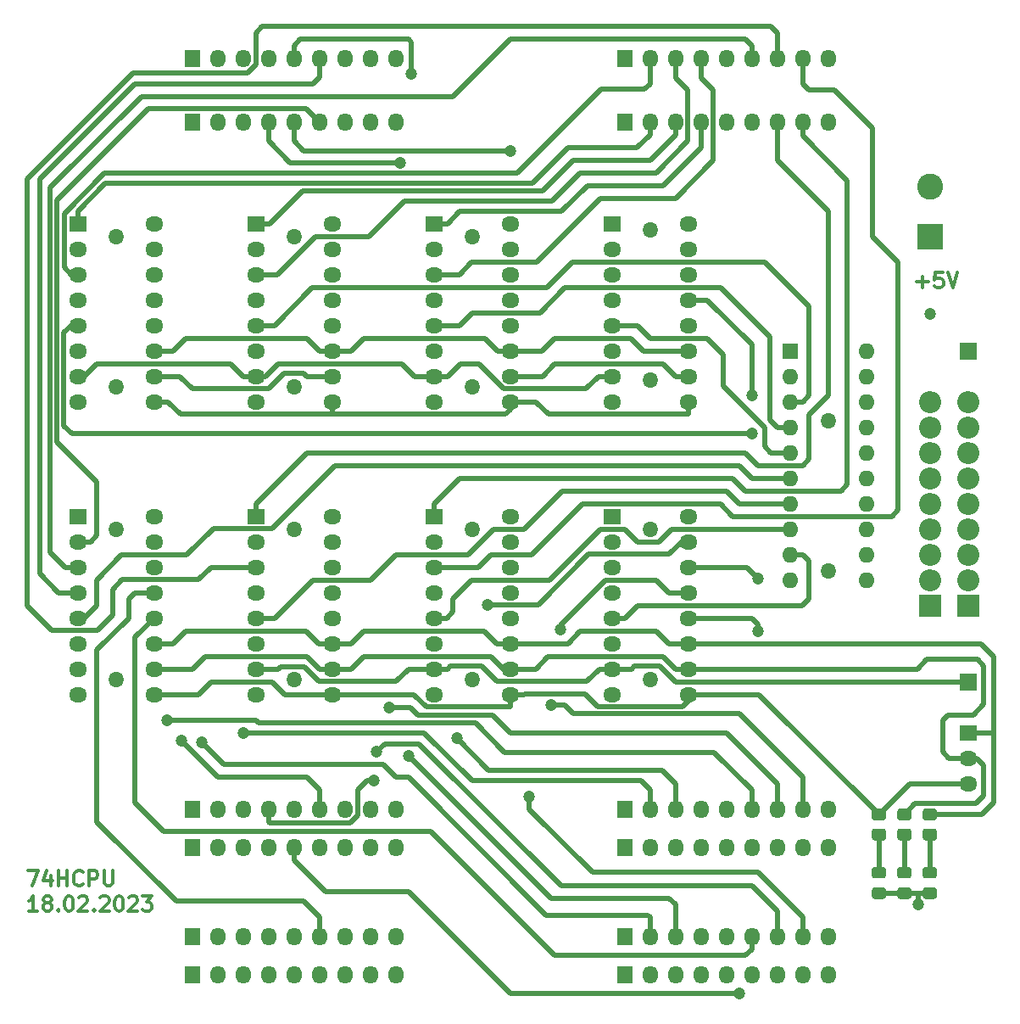
<source format=gbr>
%TF.GenerationSoftware,KiCad,Pcbnew,(5.1.8)-1*%
%TF.CreationDate,2023-02-18T12:42:29+03:00*%
%TF.ProjectId,MUX8x1-v5,4d555838-7831-42d7-9635-2e6b69636164,rev?*%
%TF.SameCoordinates,Original*%
%TF.FileFunction,Copper,L1,Top*%
%TF.FilePolarity,Positive*%
%FSLAX46Y46*%
G04 Gerber Fmt 4.6, Leading zero omitted, Abs format (unit mm)*
G04 Created by KiCad (PCBNEW (5.1.8)-1) date 2023-02-18 12:42:29*
%MOMM*%
%LPD*%
G01*
G04 APERTURE LIST*
%TA.AperFunction,NonConductor*%
%ADD10C,0.300000*%
%TD*%
%TA.AperFunction,ComponentPad*%
%ADD11O,1.500000X1.600000*%
%TD*%
%TA.AperFunction,ComponentPad*%
%ADD12O,1.600000X1.600000*%
%TD*%
%TA.AperFunction,ComponentPad*%
%ADD13R,1.600000X1.600000*%
%TD*%
%TA.AperFunction,ComponentPad*%
%ADD14R,1.700000X1.700000*%
%TD*%
%TA.AperFunction,ComponentPad*%
%ADD15O,2.200000X2.200000*%
%TD*%
%TA.AperFunction,ComponentPad*%
%ADD16R,2.200000X2.200000*%
%TD*%
%TA.AperFunction,ComponentPad*%
%ADD17O,1.500000X1.800000*%
%TD*%
%TA.AperFunction,ComponentPad*%
%ADD18R,1.500000X1.800000*%
%TD*%
%TA.AperFunction,ComponentPad*%
%ADD19O,1.800000X1.500000*%
%TD*%
%TA.AperFunction,ComponentPad*%
%ADD20R,1.800000X1.500000*%
%TD*%
%TA.AperFunction,ComponentPad*%
%ADD21C,2.600000*%
%TD*%
%TA.AperFunction,ComponentPad*%
%ADD22R,2.600000X2.600000*%
%TD*%
%TA.AperFunction,ViaPad*%
%ADD23C,1.200000*%
%TD*%
%TA.AperFunction,Conductor*%
%ADD24C,0.500000*%
%TD*%
G04 APERTURE END LIST*
D10*
X146026428Y-64242142D02*
X147169285Y-64242142D01*
X146597857Y-64813571D02*
X146597857Y-63670714D01*
X148597857Y-63313571D02*
X147883571Y-63313571D01*
X147812142Y-64027857D01*
X147883571Y-63956428D01*
X148026428Y-63885000D01*
X148383571Y-63885000D01*
X148526428Y-63956428D01*
X148597857Y-64027857D01*
X148669285Y-64170714D01*
X148669285Y-64527857D01*
X148597857Y-64670714D01*
X148526428Y-64742142D01*
X148383571Y-64813571D01*
X148026428Y-64813571D01*
X147883571Y-64742142D01*
X147812142Y-64670714D01*
X149097857Y-63313571D02*
X149597857Y-64813571D01*
X150097857Y-63313571D01*
X58214285Y-127043571D02*
X57357142Y-127043571D01*
X57785714Y-127043571D02*
X57785714Y-125543571D01*
X57642857Y-125757857D01*
X57500000Y-125900714D01*
X57357142Y-125972142D01*
X59071428Y-126186428D02*
X58928571Y-126115000D01*
X58857142Y-126043571D01*
X58785714Y-125900714D01*
X58785714Y-125829285D01*
X58857142Y-125686428D01*
X58928571Y-125615000D01*
X59071428Y-125543571D01*
X59357142Y-125543571D01*
X59500000Y-125615000D01*
X59571428Y-125686428D01*
X59642857Y-125829285D01*
X59642857Y-125900714D01*
X59571428Y-126043571D01*
X59500000Y-126115000D01*
X59357142Y-126186428D01*
X59071428Y-126186428D01*
X58928571Y-126257857D01*
X58857142Y-126329285D01*
X58785714Y-126472142D01*
X58785714Y-126757857D01*
X58857142Y-126900714D01*
X58928571Y-126972142D01*
X59071428Y-127043571D01*
X59357142Y-127043571D01*
X59500000Y-126972142D01*
X59571428Y-126900714D01*
X59642857Y-126757857D01*
X59642857Y-126472142D01*
X59571428Y-126329285D01*
X59500000Y-126257857D01*
X59357142Y-126186428D01*
X60285714Y-126900714D02*
X60357142Y-126972142D01*
X60285714Y-127043571D01*
X60214285Y-126972142D01*
X60285714Y-126900714D01*
X60285714Y-127043571D01*
X61285714Y-125543571D02*
X61428571Y-125543571D01*
X61571428Y-125615000D01*
X61642857Y-125686428D01*
X61714285Y-125829285D01*
X61785714Y-126115000D01*
X61785714Y-126472142D01*
X61714285Y-126757857D01*
X61642857Y-126900714D01*
X61571428Y-126972142D01*
X61428571Y-127043571D01*
X61285714Y-127043571D01*
X61142857Y-126972142D01*
X61071428Y-126900714D01*
X61000000Y-126757857D01*
X60928571Y-126472142D01*
X60928571Y-126115000D01*
X61000000Y-125829285D01*
X61071428Y-125686428D01*
X61142857Y-125615000D01*
X61285714Y-125543571D01*
X62357142Y-125686428D02*
X62428571Y-125615000D01*
X62571428Y-125543571D01*
X62928571Y-125543571D01*
X63071428Y-125615000D01*
X63142857Y-125686428D01*
X63214285Y-125829285D01*
X63214285Y-125972142D01*
X63142857Y-126186428D01*
X62285714Y-127043571D01*
X63214285Y-127043571D01*
X63857142Y-126900714D02*
X63928571Y-126972142D01*
X63857142Y-127043571D01*
X63785714Y-126972142D01*
X63857142Y-126900714D01*
X63857142Y-127043571D01*
X64500000Y-125686428D02*
X64571428Y-125615000D01*
X64714285Y-125543571D01*
X65071428Y-125543571D01*
X65214285Y-125615000D01*
X65285714Y-125686428D01*
X65357142Y-125829285D01*
X65357142Y-125972142D01*
X65285714Y-126186428D01*
X64428571Y-127043571D01*
X65357142Y-127043571D01*
X66285714Y-125543571D02*
X66428571Y-125543571D01*
X66571428Y-125615000D01*
X66642857Y-125686428D01*
X66714285Y-125829285D01*
X66785714Y-126115000D01*
X66785714Y-126472142D01*
X66714285Y-126757857D01*
X66642857Y-126900714D01*
X66571428Y-126972142D01*
X66428571Y-127043571D01*
X66285714Y-127043571D01*
X66142857Y-126972142D01*
X66071428Y-126900714D01*
X66000000Y-126757857D01*
X65928571Y-126472142D01*
X65928571Y-126115000D01*
X66000000Y-125829285D01*
X66071428Y-125686428D01*
X66142857Y-125615000D01*
X66285714Y-125543571D01*
X67357142Y-125686428D02*
X67428571Y-125615000D01*
X67571428Y-125543571D01*
X67928571Y-125543571D01*
X68071428Y-125615000D01*
X68142857Y-125686428D01*
X68214285Y-125829285D01*
X68214285Y-125972142D01*
X68142857Y-126186428D01*
X67285714Y-127043571D01*
X68214285Y-127043571D01*
X68714285Y-125543571D02*
X69642857Y-125543571D01*
X69142857Y-126115000D01*
X69357142Y-126115000D01*
X69500000Y-126186428D01*
X69571428Y-126257857D01*
X69642857Y-126400714D01*
X69642857Y-126757857D01*
X69571428Y-126900714D01*
X69500000Y-126972142D01*
X69357142Y-127043571D01*
X68928571Y-127043571D01*
X68785714Y-126972142D01*
X68714285Y-126900714D01*
X57309285Y-123003571D02*
X58309285Y-123003571D01*
X57666428Y-124503571D01*
X59523571Y-123503571D02*
X59523571Y-124503571D01*
X59166428Y-122932142D02*
X58809285Y-124003571D01*
X59737857Y-124003571D01*
X60309285Y-124503571D02*
X60309285Y-123003571D01*
X60309285Y-123717857D02*
X61166428Y-123717857D01*
X61166428Y-124503571D02*
X61166428Y-123003571D01*
X62737857Y-124360714D02*
X62666428Y-124432142D01*
X62452142Y-124503571D01*
X62309285Y-124503571D01*
X62095000Y-124432142D01*
X61952142Y-124289285D01*
X61880714Y-124146428D01*
X61809285Y-123860714D01*
X61809285Y-123646428D01*
X61880714Y-123360714D01*
X61952142Y-123217857D01*
X62095000Y-123075000D01*
X62309285Y-123003571D01*
X62452142Y-123003571D01*
X62666428Y-123075000D01*
X62737857Y-123146428D01*
X63380714Y-124503571D02*
X63380714Y-123003571D01*
X63952142Y-123003571D01*
X64095000Y-123075000D01*
X64166428Y-123146428D01*
X64237857Y-123289285D01*
X64237857Y-123503571D01*
X64166428Y-123646428D01*
X64095000Y-123717857D01*
X63952142Y-123789285D01*
X63380714Y-123789285D01*
X64880714Y-123003571D02*
X64880714Y-124217857D01*
X64952142Y-124360714D01*
X65023571Y-124432142D01*
X65166428Y-124503571D01*
X65452142Y-124503571D01*
X65595000Y-124432142D01*
X65666428Y-124360714D01*
X65737857Y-124217857D01*
X65737857Y-123003571D01*
%TO.P,R6,2*%
%TO.N,/S2*%
%TA.AperFunction,SMDPad,CuDef*%
G36*
G01*
X142690001Y-117980000D02*
X141789999Y-117980000D01*
G75*
G02*
X141540000Y-117730001I0J249999D01*
G01*
X141540000Y-117029999D01*
G75*
G02*
X141789999Y-116780000I249999J0D01*
G01*
X142690001Y-116780000D01*
G75*
G02*
X142940000Y-117029999I0J-249999D01*
G01*
X142940000Y-117730001D01*
G75*
G02*
X142690001Y-117980000I-249999J0D01*
G01*
G37*
%TD.AperFunction*%
%TO.P,R6,1*%
%TO.N,Net-(D3-Pad2)*%
%TA.AperFunction,SMDPad,CuDef*%
G36*
G01*
X142690001Y-119980000D02*
X141789999Y-119980000D01*
G75*
G02*
X141540000Y-119730001I0J249999D01*
G01*
X141540000Y-119029999D01*
G75*
G02*
X141789999Y-118780000I249999J0D01*
G01*
X142690001Y-118780000D01*
G75*
G02*
X142940000Y-119029999I0J-249999D01*
G01*
X142940000Y-119730001D01*
G75*
G02*
X142690001Y-119980000I-249999J0D01*
G01*
G37*
%TD.AperFunction*%
%TD*%
%TO.P,R5,2*%
%TO.N,/S1*%
%TA.AperFunction,SMDPad,CuDef*%
G36*
G01*
X145230001Y-117980000D02*
X144329999Y-117980000D01*
G75*
G02*
X144080000Y-117730001I0J249999D01*
G01*
X144080000Y-117029999D01*
G75*
G02*
X144329999Y-116780000I249999J0D01*
G01*
X145230001Y-116780000D01*
G75*
G02*
X145480000Y-117029999I0J-249999D01*
G01*
X145480000Y-117730001D01*
G75*
G02*
X145230001Y-117980000I-249999J0D01*
G01*
G37*
%TD.AperFunction*%
%TO.P,R5,1*%
%TO.N,Net-(D2-Pad2)*%
%TA.AperFunction,SMDPad,CuDef*%
G36*
G01*
X145230001Y-119980000D02*
X144329999Y-119980000D01*
G75*
G02*
X144080000Y-119730001I0J249999D01*
G01*
X144080000Y-119029999D01*
G75*
G02*
X144329999Y-118780000I249999J0D01*
G01*
X145230001Y-118780000D01*
G75*
G02*
X145480000Y-119029999I0J-249999D01*
G01*
X145480000Y-119730001D01*
G75*
G02*
X145230001Y-119980000I-249999J0D01*
G01*
G37*
%TD.AperFunction*%
%TD*%
%TO.P,R4,2*%
%TO.N,/S0*%
%TA.AperFunction,SMDPad,CuDef*%
G36*
G01*
X147770001Y-117980000D02*
X146869999Y-117980000D01*
G75*
G02*
X146620000Y-117730001I0J249999D01*
G01*
X146620000Y-117029999D01*
G75*
G02*
X146869999Y-116780000I249999J0D01*
G01*
X147770001Y-116780000D01*
G75*
G02*
X148020000Y-117029999I0J-249999D01*
G01*
X148020000Y-117730001D01*
G75*
G02*
X147770001Y-117980000I-249999J0D01*
G01*
G37*
%TD.AperFunction*%
%TO.P,R4,1*%
%TO.N,Net-(D1-Pad2)*%
%TA.AperFunction,SMDPad,CuDef*%
G36*
G01*
X147770001Y-119980000D02*
X146869999Y-119980000D01*
G75*
G02*
X146620000Y-119730001I0J249999D01*
G01*
X146620000Y-119029999D01*
G75*
G02*
X146869999Y-118780000I249999J0D01*
G01*
X147770001Y-118780000D01*
G75*
G02*
X148020000Y-119029999I0J-249999D01*
G01*
X148020000Y-119730001D01*
G75*
G02*
X147770001Y-119980000I-249999J0D01*
G01*
G37*
%TD.AperFunction*%
%TD*%
%TO.P,D3,2*%
%TO.N,Net-(D3-Pad2)*%
%TA.AperFunction,SMDPad,CuDef*%
G36*
G01*
X142690001Y-123765000D02*
X141789999Y-123765000D01*
G75*
G02*
X141540000Y-123515001I0J249999D01*
G01*
X141540000Y-122864999D01*
G75*
G02*
X141789999Y-122615000I249999J0D01*
G01*
X142690001Y-122615000D01*
G75*
G02*
X142940000Y-122864999I0J-249999D01*
G01*
X142940000Y-123515001D01*
G75*
G02*
X142690001Y-123765000I-249999J0D01*
G01*
G37*
%TD.AperFunction*%
%TO.P,D3,1*%
%TO.N,GND*%
%TA.AperFunction,SMDPad,CuDef*%
G36*
G01*
X142690001Y-125815000D02*
X141789999Y-125815000D01*
G75*
G02*
X141540000Y-125565001I0J249999D01*
G01*
X141540000Y-124914999D01*
G75*
G02*
X141789999Y-124665000I249999J0D01*
G01*
X142690001Y-124665000D01*
G75*
G02*
X142940000Y-124914999I0J-249999D01*
G01*
X142940000Y-125565001D01*
G75*
G02*
X142690001Y-125815000I-249999J0D01*
G01*
G37*
%TD.AperFunction*%
%TD*%
%TO.P,D2,2*%
%TO.N,Net-(D2-Pad2)*%
%TA.AperFunction,SMDPad,CuDef*%
G36*
G01*
X145230001Y-123765000D02*
X144329999Y-123765000D01*
G75*
G02*
X144080000Y-123515001I0J249999D01*
G01*
X144080000Y-122864999D01*
G75*
G02*
X144329999Y-122615000I249999J0D01*
G01*
X145230001Y-122615000D01*
G75*
G02*
X145480000Y-122864999I0J-249999D01*
G01*
X145480000Y-123515001D01*
G75*
G02*
X145230001Y-123765000I-249999J0D01*
G01*
G37*
%TD.AperFunction*%
%TO.P,D2,1*%
%TO.N,GND*%
%TA.AperFunction,SMDPad,CuDef*%
G36*
G01*
X145230001Y-125815000D02*
X144329999Y-125815000D01*
G75*
G02*
X144080000Y-125565001I0J249999D01*
G01*
X144080000Y-124914999D01*
G75*
G02*
X144329999Y-124665000I249999J0D01*
G01*
X145230001Y-124665000D01*
G75*
G02*
X145480000Y-124914999I0J-249999D01*
G01*
X145480000Y-125565001D01*
G75*
G02*
X145230001Y-125815000I-249999J0D01*
G01*
G37*
%TD.AperFunction*%
%TD*%
%TO.P,D1,2*%
%TO.N,Net-(D1-Pad2)*%
%TA.AperFunction,SMDPad,CuDef*%
G36*
G01*
X147770001Y-123765000D02*
X146869999Y-123765000D01*
G75*
G02*
X146620000Y-123515001I0J249999D01*
G01*
X146620000Y-122864999D01*
G75*
G02*
X146869999Y-122615000I249999J0D01*
G01*
X147770001Y-122615000D01*
G75*
G02*
X148020000Y-122864999I0J-249999D01*
G01*
X148020000Y-123515001D01*
G75*
G02*
X147770001Y-123765000I-249999J0D01*
G01*
G37*
%TD.AperFunction*%
%TO.P,D1,1*%
%TO.N,GND*%
%TA.AperFunction,SMDPad,CuDef*%
G36*
G01*
X147770001Y-125815000D02*
X146869999Y-125815000D01*
G75*
G02*
X146620000Y-125565001I0J249999D01*
G01*
X146620000Y-124914999D01*
G75*
G02*
X146869999Y-124665000I249999J0D01*
G01*
X147770001Y-124665000D01*
G75*
G02*
X148020000Y-124914999I0J-249999D01*
G01*
X148020000Y-125565001D01*
G75*
G02*
X147770001Y-125815000I-249999J0D01*
G01*
G37*
%TD.AperFunction*%
%TD*%
D11*
%TO.P,C9,2*%
%TO.N,GND*%
X137160000Y-93105000D03*
%TO.P,C9,1*%
%TO.N,VCC*%
X137160000Y-78105000D03*
%TD*%
D12*
%TO.P,U9,20*%
%TO.N,VCC*%
X140970000Y-71120000D03*
%TO.P,U9,10*%
%TO.N,GND*%
X133350000Y-93980000D03*
%TO.P,U9,19*%
%TO.N,/~OE*%
X140970000Y-73660000D03*
%TO.P,U9,9*%
%TO.N,/O7*%
X133350000Y-91440000D03*
%TO.P,U9,18*%
%TO.N,/BUS0*%
X140970000Y-76200000D03*
%TO.P,U9,8*%
%TO.N,/O6*%
X133350000Y-88900000D03*
%TO.P,U9,17*%
%TO.N,/BUS1*%
X140970000Y-78740000D03*
%TO.P,U9,7*%
%TO.N,/O5*%
X133350000Y-86360000D03*
%TO.P,U9,16*%
%TO.N,/BUS2*%
X140970000Y-81280000D03*
%TO.P,U9,6*%
%TO.N,/O4*%
X133350000Y-83820000D03*
%TO.P,U9,15*%
%TO.N,/BUS3*%
X140970000Y-83820000D03*
%TO.P,U9,5*%
%TO.N,/O3*%
X133350000Y-81280000D03*
%TO.P,U9,14*%
%TO.N,/BUS4*%
X140970000Y-86360000D03*
%TO.P,U9,4*%
%TO.N,/O2*%
X133350000Y-78740000D03*
%TO.P,U9,13*%
%TO.N,/BUS5*%
X140970000Y-88900000D03*
%TO.P,U9,3*%
%TO.N,/O1*%
X133350000Y-76200000D03*
%TO.P,U9,12*%
%TO.N,/BUS6*%
X140970000Y-91440000D03*
%TO.P,U9,2*%
%TO.N,/O0*%
X133350000Y-73660000D03*
%TO.P,U9,11*%
%TO.N,/BUS7*%
X140970000Y-93980000D03*
D13*
%TO.P,U9,1*%
%TO.N,Net-(R2-Pad1)*%
X133350000Y-71120000D03*
%TD*%
D14*
%TO.P,J7,1*%
%TO.N,/~OE*%
X151130000Y-71120000D03*
%TD*%
D15*
%TO.P,J3,9*%
%TO.N,/BUS0*%
X147320000Y-76200000D03*
%TO.P,J3,8*%
%TO.N,/BUS1*%
X147320000Y-78740000D03*
%TO.P,J3,7*%
%TO.N,/BUS2*%
X147320000Y-81280000D03*
%TO.P,J3,6*%
%TO.N,/BUS3*%
X147320000Y-83820000D03*
%TO.P,J3,5*%
%TO.N,/BUS4*%
X147320000Y-86360000D03*
%TO.P,J3,4*%
%TO.N,/BUS5*%
X147320000Y-88900000D03*
%TO.P,J3,3*%
%TO.N,/BUS6*%
X147320000Y-91440000D03*
%TO.P,J3,2*%
%TO.N,/BUS7*%
X147320000Y-93980000D03*
D16*
%TO.P,J3,1*%
%TO.N,GND*%
X147320000Y-96520000D03*
%TD*%
D15*
%TO.P,J21,9*%
%TO.N,/BUS0*%
X151130000Y-76200000D03*
%TO.P,J21,8*%
%TO.N,/BUS1*%
X151130000Y-78740000D03*
%TO.P,J21,7*%
%TO.N,/BUS2*%
X151130000Y-81280000D03*
%TO.P,J21,6*%
%TO.N,/BUS3*%
X151130000Y-83820000D03*
%TO.P,J21,5*%
%TO.N,/BUS4*%
X151130000Y-86360000D03*
%TO.P,J21,4*%
%TO.N,/BUS5*%
X151130000Y-88900000D03*
%TO.P,J21,3*%
%TO.N,/BUS6*%
X151130000Y-91440000D03*
%TO.P,J21,2*%
%TO.N,/BUS7*%
X151130000Y-93980000D03*
D16*
%TO.P,J21,1*%
%TO.N,GND*%
X151130000Y-96520000D03*
%TD*%
D17*
%TO.P,J18,9*%
%TO.N,/H7*%
X137160000Y-129540000D03*
%TO.P,J18,8*%
%TO.N,/H6*%
X134620000Y-129540000D03*
%TO.P,J18,7*%
%TO.N,/H5*%
X132080000Y-129540000D03*
%TO.P,J18,6*%
%TO.N,/H4*%
X129540000Y-129540000D03*
%TO.P,J18,5*%
%TO.N,/H3*%
X127000000Y-129540000D03*
%TO.P,J18,4*%
%TO.N,/H2*%
X124460000Y-129540000D03*
%TO.P,J18,3*%
%TO.N,/H1*%
X121920000Y-129540000D03*
%TO.P,J18,2*%
%TO.N,/H0*%
X119380000Y-129540000D03*
D18*
%TO.P,J18,1*%
%TO.N,GND*%
X116840000Y-129540000D03*
%TD*%
D17*
%TO.P,J16,9*%
%TO.N,/H7*%
X137160000Y-133350000D03*
%TO.P,J16,8*%
%TO.N,/H6*%
X134620000Y-133350000D03*
%TO.P,J16,7*%
%TO.N,/H5*%
X132080000Y-133350000D03*
%TO.P,J16,6*%
%TO.N,/H4*%
X129540000Y-133350000D03*
%TO.P,J16,5*%
%TO.N,/H3*%
X127000000Y-133350000D03*
%TO.P,J16,4*%
%TO.N,/H2*%
X124460000Y-133350000D03*
%TO.P,J16,3*%
%TO.N,/H1*%
X121920000Y-133350000D03*
%TO.P,J16,2*%
%TO.N,/H0*%
X119380000Y-133350000D03*
D18*
%TO.P,J16,1*%
%TO.N,GND*%
X116840000Y-133350000D03*
%TD*%
D17*
%TO.P,J15,9*%
%TO.N,/D7*%
X137160000Y-48260000D03*
%TO.P,J15,8*%
%TO.N,/D6*%
X134620000Y-48260000D03*
%TO.P,J15,7*%
%TO.N,/D5*%
X132080000Y-48260000D03*
%TO.P,J15,6*%
%TO.N,/D4*%
X129540000Y-48260000D03*
%TO.P,J15,5*%
%TO.N,/D3*%
X127000000Y-48260000D03*
%TO.P,J15,4*%
%TO.N,/D2*%
X124460000Y-48260000D03*
%TO.P,J15,3*%
%TO.N,/D1*%
X121920000Y-48260000D03*
%TO.P,J15,2*%
%TO.N,/D0*%
X119380000Y-48260000D03*
D18*
%TO.P,J15,1*%
%TO.N,GND*%
X116840000Y-48260000D03*
%TD*%
D17*
%TO.P,J14,9*%
%TO.N,/G7*%
X93980000Y-133350000D03*
%TO.P,J14,8*%
%TO.N,/G6*%
X91440000Y-133350000D03*
%TO.P,J14,7*%
%TO.N,/G5*%
X88900000Y-133350000D03*
%TO.P,J14,6*%
%TO.N,/G4*%
X86360000Y-133350000D03*
%TO.P,J14,5*%
%TO.N,/G3*%
X83820000Y-133350000D03*
%TO.P,J14,4*%
%TO.N,/G2*%
X81280000Y-133350000D03*
%TO.P,J14,3*%
%TO.N,/G1*%
X78740000Y-133350000D03*
%TO.P,J14,2*%
%TO.N,/G0*%
X76200000Y-133350000D03*
D18*
%TO.P,J14,1*%
%TO.N,GND*%
X73660000Y-133350000D03*
%TD*%
D17*
%TO.P,J12,9*%
%TO.N,/G7*%
X93980000Y-129540000D03*
%TO.P,J12,8*%
%TO.N,/G6*%
X91440000Y-129540000D03*
%TO.P,J12,7*%
%TO.N,/G5*%
X88900000Y-129540000D03*
%TO.P,J12,6*%
%TO.N,/G4*%
X86360000Y-129540000D03*
%TO.P,J12,5*%
%TO.N,/G3*%
X83820000Y-129540000D03*
%TO.P,J12,4*%
%TO.N,/G2*%
X81280000Y-129540000D03*
%TO.P,J12,3*%
%TO.N,/G1*%
X78740000Y-129540000D03*
%TO.P,J12,2*%
%TO.N,/G0*%
X76200000Y-129540000D03*
D18*
%TO.P,J12,1*%
%TO.N,GND*%
X73660000Y-129540000D03*
%TD*%
D17*
%TO.P,J11,9*%
%TO.N,/C7*%
X93980000Y-48260000D03*
%TO.P,J11,8*%
%TO.N,/C6*%
X91440000Y-48260000D03*
%TO.P,J11,7*%
%TO.N,/C5*%
X88900000Y-48260000D03*
%TO.P,J11,6*%
%TO.N,/C4*%
X86360000Y-48260000D03*
%TO.P,J11,5*%
%TO.N,/C3*%
X83820000Y-48260000D03*
%TO.P,J11,4*%
%TO.N,/C2*%
X81280000Y-48260000D03*
%TO.P,J11,3*%
%TO.N,/C1*%
X78740000Y-48260000D03*
%TO.P,J11,2*%
%TO.N,/C0*%
X76200000Y-48260000D03*
D18*
%TO.P,J11,1*%
%TO.N,GND*%
X73660000Y-48260000D03*
%TD*%
D17*
%TO.P,J8,9*%
%TO.N,/F7*%
X137160000Y-116880000D03*
%TO.P,J8,8*%
%TO.N,/F6*%
X134620000Y-116880000D03*
%TO.P,J8,7*%
%TO.N,/F5*%
X132080000Y-116880000D03*
%TO.P,J8,6*%
%TO.N,/F4*%
X129540000Y-116880000D03*
%TO.P,J8,5*%
%TO.N,/F3*%
X127000000Y-116880000D03*
%TO.P,J8,4*%
%TO.N,/F2*%
X124460000Y-116880000D03*
%TO.P,J8,3*%
%TO.N,/F1*%
X121920000Y-116880000D03*
%TO.P,J8,2*%
%TO.N,/F0*%
X119380000Y-116880000D03*
D18*
%TO.P,J8,1*%
%TO.N,GND*%
X116840000Y-116880000D03*
%TD*%
D17*
%TO.P,J6,9*%
%TO.N,/F7*%
X137160000Y-120650000D03*
%TO.P,J6,8*%
%TO.N,/F6*%
X134620000Y-120650000D03*
%TO.P,J6,7*%
%TO.N,/F5*%
X132080000Y-120650000D03*
%TO.P,J6,6*%
%TO.N,/F4*%
X129540000Y-120650000D03*
%TO.P,J6,5*%
%TO.N,/F3*%
X127000000Y-120650000D03*
%TO.P,J6,4*%
%TO.N,/F2*%
X124460000Y-120650000D03*
%TO.P,J6,3*%
%TO.N,/F1*%
X121920000Y-120650000D03*
%TO.P,J6,2*%
%TO.N,/F0*%
X119380000Y-120650000D03*
D18*
%TO.P,J6,1*%
%TO.N,GND*%
X116840000Y-120650000D03*
%TD*%
D17*
%TO.P,J5,9*%
%TO.N,/B7*%
X137160000Y-41910000D03*
%TO.P,J5,8*%
%TO.N,/B6*%
X134620000Y-41910000D03*
%TO.P,J5,7*%
%TO.N,/B5*%
X132080000Y-41910000D03*
%TO.P,J5,6*%
%TO.N,/B4*%
X129540000Y-41910000D03*
%TO.P,J5,5*%
%TO.N,/B3*%
X127000000Y-41910000D03*
%TO.P,J5,4*%
%TO.N,/B2*%
X124460000Y-41910000D03*
%TO.P,J5,3*%
%TO.N,/B1*%
X121920000Y-41910000D03*
%TO.P,J5,2*%
%TO.N,/B0*%
X119380000Y-41910000D03*
D18*
%TO.P,J5,1*%
%TO.N,GND*%
X116840000Y-41910000D03*
%TD*%
D17*
%TO.P,J4,9*%
%TO.N,/E7*%
X93980000Y-116840000D03*
%TO.P,J4,8*%
%TO.N,/E6*%
X91440000Y-116840000D03*
%TO.P,J4,7*%
%TO.N,/E5*%
X88900000Y-116840000D03*
%TO.P,J4,6*%
%TO.N,/E4*%
X86360000Y-116840000D03*
%TO.P,J4,5*%
%TO.N,/E3*%
X83820000Y-116840000D03*
%TO.P,J4,4*%
%TO.N,/E2*%
X81280000Y-116840000D03*
%TO.P,J4,3*%
%TO.N,/E1*%
X78740000Y-116840000D03*
%TO.P,J4,2*%
%TO.N,/E0*%
X76200000Y-116840000D03*
D18*
%TO.P,J4,1*%
%TO.N,GND*%
X73660000Y-116840000D03*
%TD*%
D17*
%TO.P,J2,9*%
%TO.N,/E7*%
X93980000Y-120650000D03*
%TO.P,J2,8*%
%TO.N,/E6*%
X91440000Y-120650000D03*
%TO.P,J2,7*%
%TO.N,/E5*%
X88900000Y-120650000D03*
%TO.P,J2,6*%
%TO.N,/E4*%
X86360000Y-120650000D03*
%TO.P,J2,5*%
%TO.N,/E3*%
X83820000Y-120650000D03*
%TO.P,J2,4*%
%TO.N,/E2*%
X81280000Y-120650000D03*
%TO.P,J2,3*%
%TO.N,/E1*%
X78740000Y-120650000D03*
%TO.P,J2,2*%
%TO.N,/E0*%
X76200000Y-120650000D03*
D18*
%TO.P,J2,1*%
%TO.N,GND*%
X73660000Y-120650000D03*
%TD*%
D17*
%TO.P,J1,9*%
%TO.N,/A7*%
X93980000Y-41910000D03*
%TO.P,J1,8*%
%TO.N,/A6*%
X91440000Y-41910000D03*
%TO.P,J1,7*%
%TO.N,/A5*%
X88900000Y-41910000D03*
%TO.P,J1,6*%
%TO.N,/A4*%
X86360000Y-41910000D03*
%TO.P,J1,5*%
%TO.N,/A3*%
X83820000Y-41910000D03*
%TO.P,J1,4*%
%TO.N,/A2*%
X81280000Y-41910000D03*
%TO.P,J1,3*%
%TO.N,/A1*%
X78740000Y-41910000D03*
%TO.P,J1,2*%
%TO.N,/A0*%
X76200000Y-41910000D03*
D18*
%TO.P,J1,1*%
%TO.N,GND*%
X73660000Y-41910000D03*
%TD*%
D11*
%TO.P,C8,2*%
%TO.N,GND*%
X119380000Y-103900000D03*
%TO.P,C8,1*%
%TO.N,VCC*%
X119380000Y-88900000D03*
%TD*%
%TO.P,C7,2*%
%TO.N,GND*%
X101600000Y-103900000D03*
%TO.P,C7,1*%
%TO.N,VCC*%
X101600000Y-88900000D03*
%TD*%
%TO.P,C6,2*%
%TO.N,GND*%
X83820000Y-103900000D03*
%TO.P,C6,1*%
%TO.N,VCC*%
X83820000Y-88900000D03*
%TD*%
%TO.P,C5,2*%
%TO.N,GND*%
X66040000Y-103900000D03*
%TO.P,C5,1*%
%TO.N,VCC*%
X66040000Y-88900000D03*
%TD*%
%TO.P,C4,2*%
%TO.N,GND*%
X119380000Y-74055000D03*
%TO.P,C4,1*%
%TO.N,VCC*%
X119380000Y-59055000D03*
%TD*%
%TO.P,C3,2*%
%TO.N,GND*%
X101600000Y-74690000D03*
%TO.P,C3,1*%
%TO.N,VCC*%
X101600000Y-59690000D03*
%TD*%
%TO.P,C2,2*%
%TO.N,GND*%
X83820000Y-74690000D03*
%TO.P,C2,1*%
%TO.N,VCC*%
X83820000Y-59690000D03*
%TD*%
%TO.P,C1,2*%
%TO.N,GND*%
X66040000Y-74690000D03*
%TO.P,C1,1*%
%TO.N,VCC*%
X66040000Y-59690000D03*
%TD*%
D19*
%TO.P,U8,16*%
%TO.N,VCC*%
X123190000Y-87630000D03*
%TO.P,U8,8*%
%TO.N,GND*%
X115570000Y-105410000D03*
%TO.P,U8,15*%
%TO.N,/E7*%
X123190000Y-90170000D03*
%TO.P,U8,7*%
%TO.N,/~E*%
X115570000Y-102870000D03*
%TO.P,U8,14*%
%TO.N,/F7*%
X123190000Y-92710000D03*
%TO.P,U8,6*%
%TO.N,Net-(U8-Pad6)*%
X115570000Y-100330000D03*
%TO.P,U8,13*%
%TO.N,/G7*%
X123190000Y-95250000D03*
%TO.P,U8,5*%
%TO.N,/O7*%
X115570000Y-97790000D03*
%TO.P,U8,12*%
%TO.N,/H7*%
X123190000Y-97790000D03*
%TO.P,U8,4*%
%TO.N,/A7*%
X115570000Y-95250000D03*
%TO.P,U8,11*%
%TO.N,/S0*%
X123190000Y-100330000D03*
%TO.P,U8,3*%
%TO.N,/B7*%
X115570000Y-92710000D03*
%TO.P,U8,10*%
%TO.N,/S1*%
X123190000Y-102870000D03*
%TO.P,U8,2*%
%TO.N,/C7*%
X115570000Y-90170000D03*
%TO.P,U8,9*%
%TO.N,/S2*%
X123190000Y-105410000D03*
D20*
%TO.P,U8,1*%
%TO.N,/D7*%
X115570000Y-87630000D03*
%TD*%
D19*
%TO.P,U7,16*%
%TO.N,VCC*%
X105410000Y-87630000D03*
%TO.P,U7,8*%
%TO.N,GND*%
X97790000Y-105410000D03*
%TO.P,U7,15*%
%TO.N,/E6*%
X105410000Y-90170000D03*
%TO.P,U7,7*%
%TO.N,/~E*%
X97790000Y-102870000D03*
%TO.P,U7,14*%
%TO.N,/F6*%
X105410000Y-92710000D03*
%TO.P,U7,6*%
%TO.N,Net-(U7-Pad6)*%
X97790000Y-100330000D03*
%TO.P,U7,13*%
%TO.N,/G6*%
X105410000Y-95250000D03*
%TO.P,U7,5*%
%TO.N,/O6*%
X97790000Y-97790000D03*
%TO.P,U7,12*%
%TO.N,/H6*%
X105410000Y-97790000D03*
%TO.P,U7,4*%
%TO.N,/A6*%
X97790000Y-95250000D03*
%TO.P,U7,11*%
%TO.N,/S0*%
X105410000Y-100330000D03*
%TO.P,U7,3*%
%TO.N,/B6*%
X97790000Y-92710000D03*
%TO.P,U7,10*%
%TO.N,/S1*%
X105410000Y-102870000D03*
%TO.P,U7,2*%
%TO.N,/C6*%
X97790000Y-90170000D03*
%TO.P,U7,9*%
%TO.N,/S2*%
X105410000Y-105410000D03*
D20*
%TO.P,U7,1*%
%TO.N,/D6*%
X97790000Y-87630000D03*
%TD*%
D19*
%TO.P,U6,16*%
%TO.N,VCC*%
X87630000Y-87630000D03*
%TO.P,U6,8*%
%TO.N,GND*%
X80010000Y-105410000D03*
%TO.P,U6,15*%
%TO.N,/E5*%
X87630000Y-90170000D03*
%TO.P,U6,7*%
%TO.N,/~E*%
X80010000Y-102870000D03*
%TO.P,U6,14*%
%TO.N,/F5*%
X87630000Y-92710000D03*
%TO.P,U6,6*%
%TO.N,Net-(U6-Pad6)*%
X80010000Y-100330000D03*
%TO.P,U6,13*%
%TO.N,/G5*%
X87630000Y-95250000D03*
%TO.P,U6,5*%
%TO.N,/O5*%
X80010000Y-97790000D03*
%TO.P,U6,12*%
%TO.N,/H5*%
X87630000Y-97790000D03*
%TO.P,U6,4*%
%TO.N,/A5*%
X80010000Y-95250000D03*
%TO.P,U6,11*%
%TO.N,/S0*%
X87630000Y-100330000D03*
%TO.P,U6,3*%
%TO.N,/B5*%
X80010000Y-92710000D03*
%TO.P,U6,10*%
%TO.N,/S1*%
X87630000Y-102870000D03*
%TO.P,U6,2*%
%TO.N,/C5*%
X80010000Y-90170000D03*
%TO.P,U6,9*%
%TO.N,/S2*%
X87630000Y-105410000D03*
D20*
%TO.P,U6,1*%
%TO.N,/D5*%
X80010000Y-87630000D03*
%TD*%
D19*
%TO.P,U5,16*%
%TO.N,VCC*%
X69850000Y-87630000D03*
%TO.P,U5,8*%
%TO.N,GND*%
X62230000Y-105410000D03*
%TO.P,U5,15*%
%TO.N,/E4*%
X69850000Y-90170000D03*
%TO.P,U5,7*%
%TO.N,/~E*%
X62230000Y-102870000D03*
%TO.P,U5,14*%
%TO.N,/F4*%
X69850000Y-92710000D03*
%TO.P,U5,6*%
%TO.N,Net-(U5-Pad6)*%
X62230000Y-100330000D03*
%TO.P,U5,13*%
%TO.N,/G4*%
X69850000Y-95250000D03*
%TO.P,U5,5*%
%TO.N,/O4*%
X62230000Y-97790000D03*
%TO.P,U5,12*%
%TO.N,/H4*%
X69850000Y-97790000D03*
%TO.P,U5,4*%
%TO.N,/A4*%
X62230000Y-95250000D03*
%TO.P,U5,11*%
%TO.N,/S0*%
X69850000Y-100330000D03*
%TO.P,U5,3*%
%TO.N,/B4*%
X62230000Y-92710000D03*
%TO.P,U5,10*%
%TO.N,/S1*%
X69850000Y-102870000D03*
%TO.P,U5,2*%
%TO.N,/C4*%
X62230000Y-90170000D03*
%TO.P,U5,9*%
%TO.N,/S2*%
X69850000Y-105410000D03*
D20*
%TO.P,U5,1*%
%TO.N,/D4*%
X62230000Y-87630000D03*
%TD*%
D19*
%TO.P,U4,16*%
%TO.N,VCC*%
X123190000Y-58420000D03*
%TO.P,U4,8*%
%TO.N,GND*%
X115570000Y-76200000D03*
%TO.P,U4,15*%
%TO.N,/E3*%
X123190000Y-60960000D03*
%TO.P,U4,7*%
%TO.N,/~E*%
X115570000Y-73660000D03*
%TO.P,U4,14*%
%TO.N,/F3*%
X123190000Y-63500000D03*
%TO.P,U4,6*%
%TO.N,Net-(U4-Pad6)*%
X115570000Y-71120000D03*
%TO.P,U4,13*%
%TO.N,/G3*%
X123190000Y-66040000D03*
%TO.P,U4,5*%
%TO.N,/O3*%
X115570000Y-68580000D03*
%TO.P,U4,12*%
%TO.N,/H3*%
X123190000Y-68580000D03*
%TO.P,U4,4*%
%TO.N,/A3*%
X115570000Y-66040000D03*
%TO.P,U4,11*%
%TO.N,/S0*%
X123190000Y-71120000D03*
%TO.P,U4,3*%
%TO.N,/B3*%
X115570000Y-63500000D03*
%TO.P,U4,10*%
%TO.N,/S1*%
X123190000Y-73660000D03*
%TO.P,U4,2*%
%TO.N,/C3*%
X115570000Y-60960000D03*
%TO.P,U4,9*%
%TO.N,/S2*%
X123190000Y-76200000D03*
D20*
%TO.P,U4,1*%
%TO.N,/D3*%
X115570000Y-58420000D03*
%TD*%
D19*
%TO.P,U3,16*%
%TO.N,VCC*%
X105410000Y-58420000D03*
%TO.P,U3,8*%
%TO.N,GND*%
X97790000Y-76200000D03*
%TO.P,U3,15*%
%TO.N,/E2*%
X105410000Y-60960000D03*
%TO.P,U3,7*%
%TO.N,/~E*%
X97790000Y-73660000D03*
%TO.P,U3,14*%
%TO.N,/F2*%
X105410000Y-63500000D03*
%TO.P,U3,6*%
%TO.N,Net-(U3-Pad6)*%
X97790000Y-71120000D03*
%TO.P,U3,13*%
%TO.N,/G2*%
X105410000Y-66040000D03*
%TO.P,U3,5*%
%TO.N,/O2*%
X97790000Y-68580000D03*
%TO.P,U3,12*%
%TO.N,/H2*%
X105410000Y-68580000D03*
%TO.P,U3,4*%
%TO.N,/A2*%
X97790000Y-66040000D03*
%TO.P,U3,11*%
%TO.N,/S0*%
X105410000Y-71120000D03*
%TO.P,U3,3*%
%TO.N,/B2*%
X97790000Y-63500000D03*
%TO.P,U3,10*%
%TO.N,/S1*%
X105410000Y-73660000D03*
%TO.P,U3,2*%
%TO.N,/C2*%
X97790000Y-60960000D03*
%TO.P,U3,9*%
%TO.N,/S2*%
X105410000Y-76200000D03*
D20*
%TO.P,U3,1*%
%TO.N,/D2*%
X97790000Y-58420000D03*
%TD*%
D19*
%TO.P,U2,16*%
%TO.N,VCC*%
X87630000Y-58420000D03*
%TO.P,U2,8*%
%TO.N,GND*%
X80010000Y-76200000D03*
%TO.P,U2,15*%
%TO.N,/E1*%
X87630000Y-60960000D03*
%TO.P,U2,7*%
%TO.N,/~E*%
X80010000Y-73660000D03*
%TO.P,U2,14*%
%TO.N,/F1*%
X87630000Y-63500000D03*
%TO.P,U2,6*%
%TO.N,Net-(U2-Pad6)*%
X80010000Y-71120000D03*
%TO.P,U2,13*%
%TO.N,/G1*%
X87630000Y-66040000D03*
%TO.P,U2,5*%
%TO.N,/O1*%
X80010000Y-68580000D03*
%TO.P,U2,12*%
%TO.N,/H1*%
X87630000Y-68580000D03*
%TO.P,U2,4*%
%TO.N,/A1*%
X80010000Y-66040000D03*
%TO.P,U2,11*%
%TO.N,/S0*%
X87630000Y-71120000D03*
%TO.P,U2,3*%
%TO.N,/B1*%
X80010000Y-63500000D03*
%TO.P,U2,10*%
%TO.N,/S1*%
X87630000Y-73660000D03*
%TO.P,U2,2*%
%TO.N,/C1*%
X80010000Y-60960000D03*
%TO.P,U2,9*%
%TO.N,/S2*%
X87630000Y-76200000D03*
D20*
%TO.P,U2,1*%
%TO.N,/D1*%
X80010000Y-58420000D03*
%TD*%
D19*
%TO.P,U1,16*%
%TO.N,VCC*%
X69850000Y-58420000D03*
%TO.P,U1,8*%
%TO.N,GND*%
X62230000Y-76200000D03*
%TO.P,U1,15*%
%TO.N,/E0*%
X69850000Y-60960000D03*
%TO.P,U1,7*%
%TO.N,/~E*%
X62230000Y-73660000D03*
%TO.P,U1,14*%
%TO.N,/F0*%
X69850000Y-63500000D03*
%TO.P,U1,6*%
%TO.N,Net-(U1-Pad6)*%
X62230000Y-71120000D03*
%TO.P,U1,13*%
%TO.N,/G0*%
X69850000Y-66040000D03*
%TO.P,U1,5*%
%TO.N,/O0*%
X62230000Y-68580000D03*
%TO.P,U1,12*%
%TO.N,/H0*%
X69850000Y-68580000D03*
%TO.P,U1,4*%
%TO.N,/A0*%
X62230000Y-66040000D03*
%TO.P,U1,11*%
%TO.N,/S0*%
X69850000Y-71120000D03*
%TO.P,U1,3*%
%TO.N,/B0*%
X62230000Y-63500000D03*
%TO.P,U1,10*%
%TO.N,/S1*%
X69850000Y-73660000D03*
%TO.P,U1,2*%
%TO.N,/C0*%
X62230000Y-60960000D03*
%TO.P,U1,9*%
%TO.N,/S2*%
X69850000Y-76200000D03*
D20*
%TO.P,U1,1*%
%TO.N,/D0*%
X62230000Y-58420000D03*
%TD*%
D14*
%TO.P,J20,1*%
%TO.N,/~E*%
X151130000Y-104140000D03*
%TD*%
D19*
%TO.P,J10,3*%
%TO.N,/S2*%
X151130000Y-114300000D03*
%TO.P,J10,2*%
%TO.N,/S1*%
X151130000Y-111760000D03*
D20*
%TO.P,J10,1*%
%TO.N,/S0*%
X151130000Y-109220000D03*
%TD*%
D21*
%TO.P,J9,2*%
%TO.N,GND*%
X147320000Y-54690000D03*
D22*
%TO.P,J9,1*%
%TO.N,VCC*%
X147320000Y-59690000D03*
%TD*%
D23*
%TO.N,GND*%
X147320000Y-67441700D03*
X146163200Y-126360500D03*
%TO.N,/A3*%
X95562400Y-43502600D03*
%TO.N,/E7*%
X103150200Y-96450300D03*
%TO.N,/E4*%
X72581100Y-110046100D03*
%TO.N,/E3*%
X128270000Y-135255000D03*
%TO.N,/E2*%
X91785800Y-113982500D03*
%TO.N,/F7*%
X130175000Y-93804100D03*
%TO.N,/F6*%
X109488300Y-106416100D03*
%TO.N,/F5*%
X93345000Y-106680000D03*
%TO.N,/F4*%
X71120000Y-107950000D03*
%TO.N,/F1*%
X100094150Y-109773350D03*
%TO.N,/F0*%
X78740000Y-109220000D03*
%TO.N,/C3*%
X105463200Y-51170400D03*
%TO.N,/C2*%
X94463100Y-52335500D03*
%TO.N,/G7*%
X110449000Y-98919000D03*
%TO.N,/G3*%
X129540000Y-75565000D03*
%TO.N,/H7*%
X130175000Y-99060000D03*
%TO.N,/H6*%
X107315000Y-115570000D03*
%TO.N,/H5*%
X92075000Y-111125000D03*
%TO.N,/H1*%
X95250000Y-111506600D03*
%TO.N,/H0*%
X74595700Y-110155700D03*
%TO.N,/O0*%
X129540000Y-79375000D03*
%TD*%
D24*
%TO.N,GND*%
X146163200Y-126360500D02*
X146163200Y-125240000D01*
X146163200Y-125240000D02*
X147320000Y-125240000D01*
X144780000Y-125240000D02*
X146163200Y-125240000D01*
X142240000Y-125240000D02*
X144780000Y-125240000D01*
%TO.N,/A4*%
X60325000Y-95250000D02*
X62230000Y-95250000D01*
X58420000Y-93345000D02*
X60325000Y-95250000D01*
X58420000Y-53975000D02*
X58420000Y-93345000D01*
X67945000Y-44450000D02*
X58420000Y-53975000D01*
X85725000Y-44450000D02*
X67945000Y-44450000D01*
X86360000Y-43815000D02*
X85725000Y-44450000D01*
X86360000Y-41910000D02*
X86360000Y-43815000D01*
%TO.N,/A3*%
X83820000Y-41910000D02*
X83820000Y-40640000D01*
X83820000Y-40640000D02*
X84455000Y-40005000D01*
X84455000Y-40005000D02*
X95250000Y-40005000D01*
X95562400Y-40317400D02*
X95562400Y-43502600D01*
X95250000Y-40005000D02*
X95562400Y-40317400D01*
%TO.N,/E7*%
X113250900Y-91420000D02*
X108220600Y-96450300D01*
X108220600Y-96450300D02*
X103150200Y-96450300D01*
X122515000Y-90170000D02*
X121265000Y-91420000D01*
X123190000Y-90170000D02*
X122515000Y-90170000D01*
X121265000Y-91420000D02*
X113250900Y-91420000D01*
%TO.N,/E4*%
X72581100Y-110046100D02*
X72581100Y-110046100D01*
X86360000Y-114935000D02*
X86360000Y-116840000D01*
X85090000Y-113665000D02*
X86360000Y-114935000D01*
X76200000Y-113665000D02*
X85090000Y-113665000D01*
X72581100Y-110046100D02*
X76200000Y-113665000D01*
%TO.N,/E3*%
X83820000Y-121920000D02*
X83820000Y-120650000D01*
X86995000Y-125095000D02*
X83820000Y-121920000D01*
X95250000Y-125095000D02*
X86995000Y-125095000D01*
X105410000Y-135255000D02*
X95250000Y-125095000D01*
X128270000Y-135255000D02*
X105410000Y-135255000D01*
%TO.N,/E2*%
X81280000Y-118110000D02*
X81280000Y-116840000D01*
X81360400Y-118190400D02*
X81280000Y-118110000D01*
X89441700Y-118190400D02*
X81360400Y-118190400D01*
X90170000Y-117462100D02*
X89441700Y-118190400D01*
X90170000Y-114935000D02*
X90170000Y-117462100D01*
X91122500Y-113982500D02*
X90170000Y-114935000D01*
X91785800Y-113982500D02*
X91122500Y-113982500D01*
%TO.N,/B6*%
X102260800Y-92710000D02*
X97790000Y-92710000D01*
X103530800Y-91440000D02*
X102260800Y-92710000D01*
X134620000Y-41910000D02*
X134620000Y-44450000D01*
X144145000Y-62230000D02*
X144145000Y-86995000D01*
X134620000Y-44450000D02*
X135255000Y-45085000D01*
X112612200Y-86429600D02*
X107601800Y-91440000D01*
X135255000Y-45085000D02*
X137795000Y-45085000D01*
X137795000Y-45085000D02*
X141605000Y-48895000D01*
X126434600Y-86429600D02*
X112612200Y-86429600D01*
X141605000Y-48895000D02*
X141605000Y-59690000D01*
X141605000Y-59690000D02*
X144145000Y-62230000D01*
X144145000Y-86995000D02*
X143510000Y-87630000D01*
X143510000Y-87630000D02*
X127635000Y-87630000D01*
X127635000Y-87630000D02*
X126434600Y-86429600D01*
X107601800Y-91440000D02*
X103530800Y-91440000D01*
%TO.N,/B5*%
X132080000Y-39370000D02*
X132080000Y-41910000D01*
X131445000Y-38735000D02*
X132080000Y-39370000D01*
X80645000Y-38735000D02*
X131445000Y-38735000D01*
X65732750Y-97482750D02*
X64217300Y-98998200D01*
X57150000Y-53975000D02*
X67768200Y-43356800D01*
X66695000Y-93960000D02*
X65732750Y-94922250D01*
X65732750Y-94922250D02*
X65732750Y-97482750D01*
X64217300Y-98998200D02*
X59628200Y-98998200D01*
X59628200Y-98998200D02*
X57150000Y-96520000D01*
X57150000Y-96520000D02*
X57150000Y-53975000D01*
X67768200Y-43356800D02*
X79203300Y-43356800D01*
X79203300Y-43356800D02*
X80010000Y-42550100D01*
X80010000Y-42550100D02*
X80010000Y-39370000D01*
X80010000Y-39370000D02*
X80645000Y-38735000D01*
X75565000Y-92710000D02*
X74315000Y-93960000D01*
X80010000Y-92710000D02*
X75565000Y-92710000D01*
X74315000Y-93960000D02*
X66695000Y-93960000D01*
%TO.N,/B4*%
X129540000Y-40640000D02*
X129540000Y-41910000D01*
X128905000Y-40005000D02*
X129540000Y-40640000D01*
X105410000Y-40005000D02*
X128905000Y-40005000D01*
X99695000Y-45720000D02*
X105410000Y-40005000D01*
X68580000Y-45720000D02*
X99695000Y-45720000D01*
X59459100Y-54840900D02*
X68580000Y-45720000D01*
X59459100Y-91209100D02*
X59459100Y-54840900D01*
X60960000Y-92710000D02*
X59459100Y-91209100D01*
X62230000Y-92710000D02*
X60960000Y-92710000D01*
%TO.N,/B2*%
X124460000Y-43855000D02*
X124460000Y-41910000D01*
X125710000Y-45105000D02*
X124460000Y-43855000D01*
X125710000Y-52090000D02*
X125710000Y-45105000D01*
X121920000Y-55880000D02*
X125710000Y-52090000D01*
X114411000Y-55880000D02*
X121920000Y-55880000D01*
X108041000Y-62250000D02*
X114411000Y-55880000D01*
X100330000Y-63500000D02*
X101580000Y-62250000D01*
X97790000Y-63500000D02*
X100330000Y-63500000D01*
X101580000Y-62250000D02*
X108041000Y-62250000D01*
%TO.N,/B1*%
X121920000Y-43855000D02*
X121920000Y-41910000D01*
X123170000Y-50185000D02*
X123170000Y-45105000D01*
X120015000Y-53340000D02*
X123170000Y-50185000D01*
X112395000Y-53340000D02*
X120015000Y-53340000D01*
X109565800Y-56169200D02*
X112395000Y-53340000D01*
X91316800Y-59690000D02*
X94837600Y-56169200D01*
X85987600Y-59690000D02*
X91316800Y-59690000D01*
X94837600Y-56169200D02*
X109565800Y-56169200D01*
X82177600Y-63500000D02*
X85987600Y-59690000D01*
X123170000Y-45105000D02*
X121920000Y-43855000D01*
X80010000Y-63500000D02*
X82177600Y-63500000D01*
%TO.N,/B0*%
X119380000Y-44450000D02*
X119380000Y-41910000D01*
X118854150Y-44975850D02*
X119380000Y-44450000D01*
X114530750Y-44975850D02*
X118854150Y-44975850D01*
X106105800Y-53400800D02*
X114530750Y-44975850D01*
X64900100Y-53400800D02*
X106105800Y-53400800D01*
X60879600Y-57421300D02*
X64900100Y-53400800D01*
X60879600Y-62784600D02*
X60879600Y-57421300D01*
X61595000Y-63500000D02*
X60879600Y-62784600D01*
X62230000Y-63500000D02*
X61595000Y-63500000D01*
%TO.N,/F7*%
X129080900Y-92710000D02*
X130175000Y-93804100D01*
X123190000Y-92710000D02*
X129080900Y-92710000D01*
%TO.N,/F6*%
X110830200Y-106416100D02*
X109488300Y-106416100D01*
X111750800Y-107336700D02*
X110830200Y-106416100D01*
X128291700Y-107336700D02*
X111750800Y-107336700D01*
X134620000Y-113665000D02*
X128291700Y-107336700D01*
X134620000Y-116880000D02*
X134620000Y-113665000D01*
%TO.N,/F5*%
X132080000Y-114300000D02*
X132080000Y-116880000D01*
X127000000Y-109220000D02*
X132080000Y-114300000D01*
X105410000Y-109220000D02*
X127000000Y-109220000D01*
X103690100Y-107500100D02*
X105410000Y-109220000D01*
X96238100Y-107500100D02*
X103690100Y-107500100D01*
X95418000Y-106680000D02*
X96238100Y-107500100D01*
X93345000Y-106680000D02*
X95418000Y-106680000D01*
%TO.N,/F4*%
X129540000Y-114935000D02*
X129540000Y-116880000D01*
X125802800Y-111197800D02*
X129540000Y-114935000D01*
X104889200Y-111197800D02*
X125802800Y-111197800D01*
X101938200Y-108246800D02*
X104889200Y-111197800D01*
X80306800Y-108246800D02*
X101938200Y-108246800D01*
X80010000Y-107950000D02*
X80306800Y-108246800D01*
X71120000Y-107950000D02*
X80010000Y-107950000D01*
%TO.N,/F1*%
X103269300Y-112948500D02*
X100094150Y-109773350D01*
X120568500Y-112948500D02*
X103269300Y-112948500D01*
X121920000Y-114300000D02*
X120568500Y-112948500D01*
X121920000Y-116880000D02*
X121920000Y-114300000D01*
%TO.N,/F0*%
X119380000Y-114935000D02*
X119380000Y-116880000D01*
X118443900Y-113998900D02*
X119380000Y-114935000D01*
X101616400Y-113998900D02*
X118443900Y-113998900D01*
X96837500Y-109220000D02*
X101616400Y-113998900D01*
X78740000Y-109220000D02*
X96837500Y-109220000D01*
%TO.N,/C4*%
X85006900Y-46906900D02*
X86360000Y-48260000D01*
X69298100Y-46906900D02*
X85006900Y-46906900D01*
X60159500Y-56045500D02*
X69298100Y-46906900D01*
X62230000Y-90170000D02*
X63500000Y-90170000D01*
X63500000Y-90170000D02*
X64135000Y-89535000D01*
X64135000Y-89535000D02*
X64135000Y-84151000D01*
X64135000Y-84151000D02*
X60159500Y-80175500D01*
X60159500Y-80175500D02*
X60159500Y-56045500D01*
%TO.N,/C3*%
X105463200Y-51170400D02*
X87395900Y-51170400D01*
X83820000Y-48260000D02*
X83820000Y-50165000D01*
X84825400Y-51170400D02*
X87395900Y-51170400D01*
X83820000Y-50165000D02*
X84825400Y-51170400D01*
%TO.N,/C2*%
X94463100Y-52335500D02*
X86021000Y-52335500D01*
X81280000Y-48260000D02*
X81280000Y-50165000D01*
X83450500Y-52335500D02*
X86021000Y-52335500D01*
X81280000Y-50165000D02*
X83450500Y-52335500D01*
%TO.N,/G7*%
X114929900Y-94000000D02*
X110449000Y-98480900D01*
X110449000Y-98480900D02*
X110449000Y-98919000D01*
X121285000Y-95250000D02*
X120035000Y-94000000D01*
X123190000Y-95250000D02*
X121285000Y-95250000D01*
X120035000Y-94000000D02*
X114929900Y-94000000D01*
%TO.N,/G4*%
X86360000Y-127635000D02*
X86360000Y-129540000D01*
X84772500Y-126047500D02*
X86360000Y-127635000D01*
X72072500Y-126047500D02*
X84772500Y-126047500D01*
X64135000Y-118110000D02*
X72072500Y-126047500D01*
X64135000Y-100965000D02*
X64135000Y-118110000D01*
X67310000Y-97790000D02*
X64135000Y-100965000D01*
X67310000Y-95885000D02*
X67310000Y-97790000D01*
X67945000Y-95250000D02*
X67310000Y-95885000D01*
X69850000Y-95250000D02*
X67945000Y-95250000D01*
%TO.N,/G3*%
X129540000Y-70485000D02*
X129540000Y-75565000D01*
X125095000Y-66040000D02*
X129540000Y-70485000D01*
X123190000Y-66040000D02*
X125095000Y-66040000D01*
%TO.N,/D6*%
X134620000Y-49660000D02*
X134620000Y-48260000D01*
X139065000Y-54105000D02*
X134620000Y-49660000D01*
X139065000Y-84455000D02*
X139065000Y-54105000D01*
X138430000Y-85090000D02*
X139065000Y-84455000D01*
X128905000Y-85090000D02*
X138430000Y-85090000D01*
X127635000Y-83820000D02*
X128905000Y-85090000D01*
X100350000Y-83820000D02*
X127635000Y-83820000D01*
X97790000Y-86380000D02*
X100350000Y-83820000D01*
X97790000Y-87630000D02*
X97790000Y-86380000D01*
%TO.N,/D5*%
X128905000Y-81280000D02*
X85110000Y-81280000D01*
X130175000Y-82550000D02*
X128905000Y-81280000D01*
X134620000Y-82550000D02*
X130175000Y-82550000D01*
X135255000Y-81915000D02*
X134620000Y-82550000D01*
X135255000Y-77470000D02*
X135255000Y-81915000D01*
X137160000Y-75565000D02*
X135255000Y-77470000D01*
X137160000Y-57189400D02*
X137160000Y-75565000D01*
X80010000Y-86380000D02*
X80010000Y-87630000D01*
X132080000Y-52109400D02*
X137160000Y-57189400D01*
X85110000Y-81280000D02*
X80010000Y-86380000D01*
X132080000Y-48260000D02*
X132080000Y-52109400D01*
%TO.N,/D2*%
X120650000Y-54610000D02*
X124460000Y-50800000D01*
X113169200Y-54610000D02*
X120650000Y-54610000D01*
X110559600Y-57219600D02*
X113169200Y-54610000D01*
X100390400Y-57219600D02*
X110559600Y-57219600D01*
X124460000Y-50800000D02*
X124460000Y-48260000D01*
X99190000Y-58420000D02*
X100390400Y-57219600D01*
X97790000Y-58420000D02*
X99190000Y-58420000D01*
%TO.N,/D1*%
X121920000Y-49530000D02*
X121920000Y-48260000D01*
X119380000Y-52070000D02*
X121920000Y-49530000D01*
X111719300Y-52070000D02*
X119380000Y-52070000D01*
X108670600Y-55118700D02*
X111719300Y-52070000D01*
X84711300Y-55118700D02*
X108670600Y-55118700D01*
X81410000Y-58420000D02*
X84711300Y-55118700D01*
X80010000Y-58420000D02*
X81410000Y-58420000D01*
%TO.N,/D0*%
X119380000Y-49530000D02*
X119380000Y-48260000D01*
X118041400Y-50868600D02*
X119380000Y-49530000D01*
X111193600Y-50868600D02*
X118041400Y-50868600D01*
X107643900Y-54418300D02*
X111193600Y-50868600D01*
X62230000Y-57170000D02*
X64981700Y-54418300D01*
X64981700Y-54418300D02*
X107643900Y-54418300D01*
X62230000Y-58420000D02*
X62230000Y-57170000D01*
%TO.N,/H7*%
X130175000Y-98425000D02*
X130175000Y-99060000D01*
X129540000Y-97790000D02*
X130175000Y-98425000D01*
X123190000Y-97790000D02*
X129540000Y-97790000D01*
%TO.N,/H6*%
X107315000Y-116840000D02*
X107315000Y-115570000D01*
X113636550Y-123161550D02*
X107315000Y-116840000D01*
X130146550Y-123161550D02*
X113636550Y-123161550D01*
X134620000Y-127635000D02*
X130146550Y-123161550D01*
X134620000Y-129540000D02*
X134620000Y-127635000D01*
%TO.N,/H5*%
X92891200Y-110308800D02*
X92075000Y-111125000D01*
X96338800Y-110308800D02*
X92891200Y-110308800D01*
X110535300Y-124505300D02*
X96338800Y-110308800D01*
X129585300Y-124505300D02*
X110535300Y-124505300D01*
X132080000Y-127000000D02*
X129585300Y-124505300D01*
X132080000Y-129540000D02*
X132080000Y-127000000D01*
%TO.N,/H4*%
X67945000Y-99695000D02*
X69850000Y-97790000D01*
X67945000Y-116205000D02*
X67945000Y-99695000D01*
X70799100Y-119059100D02*
X67945000Y-116205000D01*
X97469100Y-119059100D02*
X70799100Y-119059100D01*
X109855000Y-131445000D02*
X97469100Y-119059100D01*
X128905000Y-131445000D02*
X109855000Y-131445000D01*
X129540000Y-130810000D02*
X128905000Y-131445000D01*
X129540000Y-129540000D02*
X129540000Y-130810000D01*
%TO.N,/H1*%
X121920000Y-126365000D02*
X121920000Y-129540000D01*
X121313650Y-125758650D02*
X121920000Y-126365000D01*
X109502050Y-125758650D02*
X121313650Y-125758650D01*
X95250000Y-111506600D02*
X109502050Y-125758650D01*
%TO.N,/H0*%
X74595700Y-110155700D02*
X74595700Y-110155700D01*
X76835000Y-112395000D02*
X74595700Y-110155700D01*
X92710000Y-112395000D02*
X76835000Y-112395000D01*
X93980000Y-113665000D02*
X92710000Y-112395000D01*
X95250000Y-113665000D02*
X93980000Y-113665000D01*
X109011650Y-127426650D02*
X95250000Y-113665000D01*
X119171650Y-127426650D02*
X109011650Y-127426650D01*
X119380000Y-127635000D02*
X119171650Y-127426650D01*
X119380000Y-129540000D02*
X119380000Y-127635000D01*
%TO.N,/S2*%
X87630000Y-105410000D02*
X82952400Y-105410000D01*
X82952400Y-105410000D02*
X81682400Y-104140000D01*
X81682400Y-104140000D02*
X75565300Y-104140000D01*
X87630000Y-77450000D02*
X72500000Y-77450000D01*
X72500000Y-77450000D02*
X71250000Y-76200000D01*
X123890000Y-105410000D02*
X122663600Y-106636400D01*
X122663600Y-106636400D02*
X114164100Y-106636400D01*
X114164100Y-106636400D02*
X112878900Y-105351200D01*
X112878900Y-105351200D02*
X106868800Y-105351200D01*
X106868800Y-105351200D02*
X106810000Y-105410000D01*
X123190000Y-76200000D02*
X123190000Y-77450000D01*
X105410000Y-105410000D02*
X106810000Y-105410000D01*
X123890000Y-105410000D02*
X124590000Y-105410000D01*
X123190000Y-105410000D02*
X123890000Y-105410000D01*
X151130000Y-114300000D02*
X145320000Y-114300000D01*
X145320000Y-114300000D02*
X142240000Y-117380000D01*
X105410000Y-76200000D02*
X105410000Y-76955700D01*
X87630000Y-77400400D02*
X104965300Y-77400400D01*
X104965300Y-77400400D02*
X105410000Y-76955700D01*
X87630000Y-77400400D02*
X87630000Y-77450000D01*
X87630000Y-77250000D02*
X87630000Y-77400400D01*
X87630000Y-76200000D02*
X87630000Y-77250000D01*
X142240000Y-117380000D02*
X130270000Y-105410000D01*
X130270000Y-105410000D02*
X124590000Y-105410000D01*
X69850000Y-76200000D02*
X71250000Y-76200000D01*
X107990000Y-76200000D02*
X109240000Y-77450000D01*
X105410000Y-76200000D02*
X107990000Y-76200000D01*
X123190000Y-77450000D02*
X109240000Y-77450000D01*
X74295300Y-105410000D02*
X75565300Y-104140000D01*
X69850000Y-105410000D02*
X74295300Y-105410000D01*
X105410000Y-106660000D02*
X105410000Y-105410000D01*
X97047700Y-106660000D02*
X105410000Y-106660000D01*
X95797700Y-105410000D02*
X97047700Y-106660000D01*
X87630000Y-105410000D02*
X95797700Y-105410000D01*
%TO.N,/S1*%
X121920000Y-102870000D02*
X120670000Y-101620000D01*
X123190000Y-102870000D02*
X121920000Y-102870000D01*
X121920000Y-73660000D02*
X120670000Y-72410000D01*
X123190000Y-73660000D02*
X121920000Y-73660000D01*
X73700000Y-102870000D02*
X74950000Y-101620000D01*
X69850000Y-102870000D02*
X73700000Y-102870000D01*
X108625000Y-73660000D02*
X109875000Y-72410000D01*
X105410000Y-73660000D02*
X108625000Y-73660000D01*
X120670000Y-72410000D02*
X109875000Y-72410000D01*
X152002000Y-111760000D02*
X151130000Y-111760000D01*
X152717500Y-112475500D02*
X152002000Y-111760000D01*
X152717500Y-115489500D02*
X152717500Y-112475500D01*
X151904900Y-116302100D02*
X152717500Y-115489500D01*
X145857900Y-116302100D02*
X151904900Y-116302100D01*
X144780000Y-117380000D02*
X145857900Y-116302100D01*
X149225000Y-111760000D02*
X151130000Y-111760000D01*
X148590000Y-111125000D02*
X149225000Y-111760000D01*
X149104000Y-107436000D02*
X148590000Y-107950000D01*
X151644000Y-107436000D02*
X149104000Y-107436000D01*
X152717500Y-106362500D02*
X151644000Y-107436000D01*
X152717500Y-102552500D02*
X152717500Y-106362500D01*
X152082500Y-101917500D02*
X152717500Y-102552500D01*
X147002500Y-101917500D02*
X152082500Y-101917500D01*
X146050000Y-102870000D02*
X147002500Y-101917500D01*
X148590000Y-107950000D02*
X148590000Y-111125000D01*
X123190000Y-102870000D02*
X146050000Y-102870000D01*
X107950000Y-102870000D02*
X109200000Y-101620000D01*
X105410000Y-102870000D02*
X107950000Y-102870000D01*
X120670000Y-101620000D02*
X109200000Y-101620000D01*
X104735000Y-102870000D02*
X103485000Y-101620000D01*
X105410000Y-102870000D02*
X104735000Y-102870000D01*
X89535000Y-102870000D02*
X90785000Y-101620000D01*
X87630000Y-102870000D02*
X89535000Y-102870000D01*
X103485000Y-101620000D02*
X90785000Y-101620000D01*
X86360000Y-102870000D02*
X85110000Y-101620000D01*
X87630000Y-102870000D02*
X86360000Y-102870000D01*
X74950000Y-101620000D02*
X85110000Y-101620000D01*
X73680000Y-74910000D02*
X72430000Y-73660000D01*
X81300000Y-74910000D02*
X73680000Y-74910000D01*
X84815200Y-73385200D02*
X82824800Y-73385200D01*
X72430000Y-73660000D02*
X69850000Y-73660000D01*
X85090000Y-73660000D02*
X84815200Y-73385200D01*
X82824800Y-73385200D02*
X81300000Y-74910000D01*
X87630000Y-73660000D02*
X85090000Y-73660000D01*
%TO.N,/S0*%
X105410000Y-100329700D02*
X111171400Y-100329700D01*
X111171400Y-100329700D02*
X112421100Y-99080000D01*
X105410000Y-100330000D02*
X105410000Y-100329700D01*
X150711900Y-100330000D02*
X123190000Y-100330000D01*
X121245000Y-100330000D02*
X119995000Y-99080000D01*
X123190000Y-100330000D02*
X121245000Y-100330000D01*
X112421100Y-99080000D02*
X119995000Y-99080000D01*
X118705000Y-71120000D02*
X117455000Y-69870000D01*
X123190000Y-71120000D02*
X118705000Y-71120000D01*
X89535000Y-71120000D02*
X90785000Y-69870000D01*
X87630000Y-71120000D02*
X89535000Y-71120000D01*
X86360000Y-71120000D02*
X85110000Y-69870000D01*
X87630000Y-71120000D02*
X86360000Y-71120000D01*
X71755000Y-100330000D02*
X73005000Y-99080000D01*
X69850000Y-100330000D02*
X71755000Y-100330000D01*
X71755000Y-71120000D02*
X73005000Y-69870000D01*
X69850000Y-71120000D02*
X71755000Y-71120000D01*
X73005000Y-69870000D02*
X85110000Y-69870000D01*
X108585000Y-71120000D02*
X109835000Y-69870000D01*
X105410000Y-71120000D02*
X108585000Y-71120000D01*
X117455000Y-69870000D02*
X109835000Y-69870000D01*
X104140000Y-71120000D02*
X102890000Y-69870000D01*
X105410000Y-71120000D02*
X104140000Y-71120000D01*
X90785000Y-69870000D02*
X102890000Y-69870000D01*
X152400000Y-100330000D02*
X153670000Y-101600000D01*
X150711900Y-100330000D02*
X152400000Y-100330000D01*
X151130000Y-109220000D02*
X153670000Y-109220000D01*
X153670000Y-101600000D02*
X153670000Y-109220000D01*
X153670000Y-114600800D02*
X153670000Y-109220000D01*
X153670000Y-116205000D02*
X153670000Y-114600800D01*
X152495000Y-117380000D02*
X153670000Y-116205000D01*
X147320000Y-117380000D02*
X152495000Y-117380000D01*
X104100000Y-100330000D02*
X102850000Y-99080000D01*
X105410000Y-100330000D02*
X104100000Y-100330000D01*
X89535000Y-100330000D02*
X90785000Y-99080000D01*
X87630000Y-100330000D02*
X89535000Y-100330000D01*
X102850000Y-99080000D02*
X90785000Y-99080000D01*
X87630000Y-100330000D02*
X86320000Y-100330000D01*
X86320000Y-100330000D02*
X85070000Y-99080000D01*
X73005000Y-99080000D02*
X85070000Y-99080000D01*
%TO.N,/O7*%
X134620000Y-91440000D02*
X133350000Y-91440000D01*
X135255000Y-92075000D02*
X134620000Y-91440000D01*
X135255000Y-95885000D02*
X135255000Y-92075000D01*
X134600000Y-96540000D02*
X135255000Y-95885000D01*
X118130000Y-96540000D02*
X134600000Y-96540000D01*
X116880000Y-97790000D02*
X118130000Y-96540000D01*
X115570000Y-97790000D02*
X116880000Y-97790000D01*
%TO.N,/O6*%
X99060000Y-97790000D02*
X97790000Y-97790000D01*
X99695000Y-97155000D02*
X99060000Y-97790000D01*
X99695000Y-95885000D02*
X99695000Y-97155000D01*
X101540000Y-94040000D02*
X99695000Y-95885000D01*
X109323200Y-94040000D02*
X101540000Y-94040000D01*
X114410800Y-88952400D02*
X109323200Y-94040000D01*
X118105000Y-90165000D02*
X116892400Y-88952400D01*
X120282600Y-90165000D02*
X118105000Y-90165000D01*
X121547600Y-88900000D02*
X120282600Y-90165000D01*
X116892400Y-88952400D02*
X114410800Y-88952400D01*
X133350000Y-88900000D02*
X121547600Y-88900000D01*
%TO.N,/O5*%
X128270000Y-86360000D02*
X133350000Y-86360000D01*
X127000000Y-85090000D02*
X128270000Y-86360000D01*
X110570400Y-85090000D02*
X127000000Y-85090000D01*
X106760400Y-88900000D02*
X110570400Y-85090000D01*
X103767600Y-88900000D02*
X106760400Y-88900000D01*
X101227600Y-91440000D02*
X103767600Y-88900000D01*
X80010000Y-97790000D02*
X81915000Y-97790000D01*
X81915000Y-97790000D02*
X85725000Y-93980000D01*
X91440000Y-93980000D02*
X93980000Y-91440000D01*
X85725000Y-93980000D02*
X91440000Y-93980000D01*
X93980000Y-91440000D02*
X101227600Y-91440000D01*
%TO.N,/O4*%
X62865000Y-97790000D02*
X62230000Y-97790000D01*
X64135000Y-96520000D02*
X62865000Y-97790000D01*
X64135000Y-93980000D02*
X64135000Y-96520000D01*
X66605400Y-91509600D02*
X64135000Y-93980000D01*
X73094600Y-91509600D02*
X66605400Y-91509600D01*
X75773900Y-88830300D02*
X73094600Y-91509600D01*
X81668300Y-88830300D02*
X75773900Y-88830300D01*
X87948600Y-82550000D02*
X81668300Y-88830300D01*
X129540000Y-83820000D02*
X128270000Y-82550000D01*
X128270000Y-82550000D02*
X87948600Y-82550000D01*
X133350000Y-83820000D02*
X129540000Y-83820000D01*
%TO.N,/O3*%
X131445000Y-81280000D02*
X133350000Y-81280000D01*
X130810000Y-80645000D02*
X131445000Y-81280000D01*
X130810000Y-78740000D02*
X130810000Y-80645000D01*
X126658000Y-74588000D02*
X130810000Y-78740000D01*
X126658000Y-71462000D02*
X126658000Y-74588000D01*
X125095000Y-69899000D02*
X126658000Y-71462000D01*
X125095000Y-69850000D02*
X125095000Y-69899000D01*
X119420000Y-69850000D02*
X125095000Y-69850000D01*
X118150000Y-68580000D02*
X119420000Y-69850000D01*
X115570000Y-68580000D02*
X118150000Y-68580000D01*
%TO.N,/O2*%
X132080000Y-78740000D02*
X133350000Y-78740000D01*
X126420200Y-64825200D02*
X131321200Y-69726200D01*
X110885100Y-64825200D02*
X126420200Y-64825200D01*
X108380300Y-67330000D02*
X110885100Y-64825200D01*
X101620000Y-67330000D02*
X108380300Y-67330000D01*
X131321200Y-69726200D02*
X131321200Y-77981200D01*
X100370000Y-68580000D02*
X101620000Y-67330000D01*
X131321200Y-77981200D02*
X132080000Y-78740000D01*
X97790000Y-68580000D02*
X100370000Y-68580000D01*
%TO.N,/O1*%
X81915000Y-68580000D02*
X80010000Y-68580000D01*
X85655400Y-64839600D02*
X81915000Y-68580000D01*
X109062000Y-64839600D02*
X85655400Y-64839600D01*
X111616400Y-62285200D02*
X109062000Y-64839600D01*
X130865200Y-62285200D02*
X111616400Y-62285200D01*
X135255000Y-66675000D02*
X130865200Y-62285200D01*
X135255000Y-75565000D02*
X135255000Y-66675000D01*
X134620000Y-76200000D02*
X135255000Y-75565000D01*
X133350000Y-76200000D02*
X134620000Y-76200000D01*
%TO.N,/O0*%
X127788900Y-79375000D02*
X129540000Y-79375000D01*
X61640300Y-79375000D02*
X127788900Y-79375000D01*
X60859900Y-78594600D02*
X61640300Y-79375000D01*
X60859900Y-69315100D02*
X60859900Y-78594600D01*
X61595000Y-68580000D02*
X60859900Y-69315100D01*
X62230000Y-68580000D02*
X61595000Y-68580000D01*
%TO.N,/~E*%
X62865000Y-73660000D02*
X64115000Y-72410000D01*
X62230000Y-73660000D02*
X62865000Y-73660000D01*
X95845000Y-73660000D02*
X94595000Y-72410000D01*
X97790000Y-73660000D02*
X95845000Y-73660000D01*
X114260000Y-73660000D02*
X115570000Y-73660000D01*
X113010000Y-74910000D02*
X114260000Y-73660000D01*
X104791500Y-74910000D02*
X113010000Y-74910000D01*
X102271500Y-72390000D02*
X104791500Y-74910000D01*
X100460000Y-72390000D02*
X102271500Y-72390000D01*
X99190000Y-73660000D02*
X100460000Y-72390000D01*
X97790000Y-73660000D02*
X99190000Y-73660000D01*
X149780000Y-104140000D02*
X151130000Y-104140000D01*
X121920000Y-104140000D02*
X149780000Y-104140000D01*
X120375200Y-102595200D02*
X121920000Y-104140000D01*
X117835200Y-102595200D02*
X120375200Y-102595200D01*
X117560400Y-102870000D02*
X117835200Y-102595200D01*
X115570000Y-102870000D02*
X117560400Y-102870000D01*
X114300000Y-102870000D02*
X115570000Y-102870000D01*
X104120000Y-104120000D02*
X113050000Y-104120000D01*
X102595200Y-102595200D02*
X104120000Y-104120000D01*
X99464800Y-102595200D02*
X102595200Y-102595200D01*
X99190000Y-102870000D02*
X99464800Y-102595200D01*
X113050000Y-104120000D02*
X114300000Y-102870000D01*
X97790000Y-102870000D02*
X99190000Y-102870000D01*
X95250000Y-102870000D02*
X97790000Y-102870000D01*
X94000000Y-104120000D02*
X95250000Y-102870000D01*
X86340000Y-104120000D02*
X94000000Y-104120000D01*
X84840100Y-102620100D02*
X86340000Y-104120000D01*
X82232500Y-102870000D02*
X82482400Y-102620100D01*
X82482400Y-102620100D02*
X84840100Y-102620100D01*
X80010000Y-102870000D02*
X82232500Y-102870000D01*
X80962500Y-73660000D02*
X82212500Y-72410000D01*
X80010000Y-73660000D02*
X80962500Y-73660000D01*
X82212500Y-72410000D02*
X94595000Y-72410000D01*
X78740000Y-73660000D02*
X77490000Y-72410000D01*
X80010000Y-73660000D02*
X78740000Y-73660000D01*
X77490000Y-72410000D02*
X64115000Y-72410000D01*
%TO.N,Net-(D1-Pad2)*%
X147320000Y-123190000D02*
X147320000Y-119380000D01*
%TO.N,Net-(D2-Pad2)*%
X144780000Y-123190000D02*
X144780000Y-119380000D01*
%TO.N,Net-(D3-Pad2)*%
X142240000Y-123190000D02*
X142240000Y-119380000D01*
%TD*%
M02*

</source>
